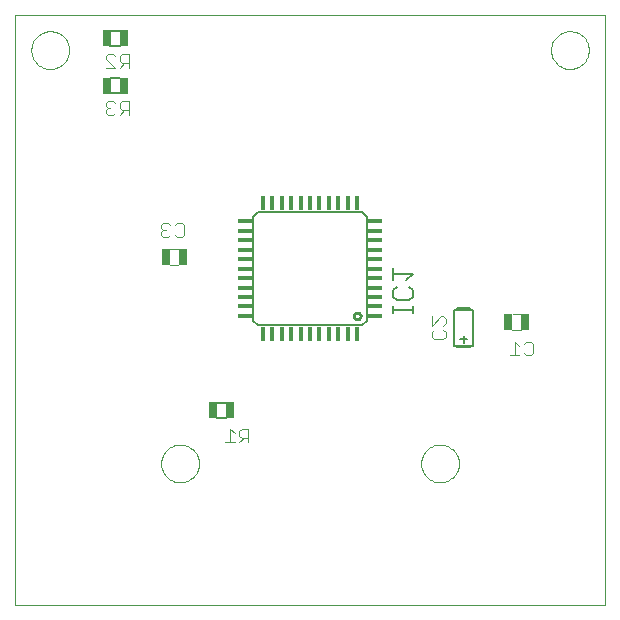
<source format=gbo>
G75*
G70*
%OFA0B0*%
%FSLAX24Y24*%
%IPPOS*%
%LPD*%
%AMOC8*
5,1,8,0,0,1.08239X$1,22.5*
%
%ADD10C,0.0000*%
%ADD11C,0.0040*%
%ADD12R,0.0295X0.0571*%
%ADD13C,0.0060*%
%ADD14R,0.0256X0.0551*%
%ADD15C,0.0080*%
%ADD16C,0.0100*%
%ADD17R,0.0157X0.0453*%
%ADD18R,0.0157X0.0453*%
%ADD19R,0.0158X0.0453*%
%ADD20R,0.0453X0.0157*%
%ADD21R,0.0453X0.0157*%
%ADD22R,0.0453X0.0158*%
D10*
X000377Y000377D02*
X020062Y000377D01*
X020062Y020062D01*
X000377Y020062D01*
X000377Y000377D01*
X005259Y005101D02*
X005261Y005151D01*
X005267Y005201D01*
X005277Y005250D01*
X005291Y005298D01*
X005308Y005345D01*
X005329Y005390D01*
X005354Y005434D01*
X005382Y005475D01*
X005414Y005514D01*
X005448Y005551D01*
X005485Y005585D01*
X005525Y005615D01*
X005567Y005642D01*
X005611Y005666D01*
X005657Y005687D01*
X005704Y005703D01*
X005752Y005716D01*
X005802Y005725D01*
X005851Y005730D01*
X005902Y005731D01*
X005952Y005728D01*
X006001Y005721D01*
X006050Y005710D01*
X006098Y005695D01*
X006144Y005677D01*
X006189Y005655D01*
X006232Y005629D01*
X006273Y005600D01*
X006312Y005568D01*
X006348Y005533D01*
X006380Y005495D01*
X006410Y005455D01*
X006437Y005412D01*
X006460Y005368D01*
X006479Y005322D01*
X006495Y005274D01*
X006507Y005225D01*
X006515Y005176D01*
X006519Y005126D01*
X006519Y005076D01*
X006515Y005026D01*
X006507Y004977D01*
X006495Y004928D01*
X006479Y004880D01*
X006460Y004834D01*
X006437Y004790D01*
X006410Y004747D01*
X006380Y004707D01*
X006348Y004669D01*
X006312Y004634D01*
X006273Y004602D01*
X006232Y004573D01*
X006189Y004547D01*
X006144Y004525D01*
X006098Y004507D01*
X006050Y004492D01*
X006001Y004481D01*
X005952Y004474D01*
X005902Y004471D01*
X005851Y004472D01*
X005802Y004477D01*
X005752Y004486D01*
X005704Y004499D01*
X005657Y004515D01*
X005611Y004536D01*
X005567Y004560D01*
X005525Y004587D01*
X005485Y004617D01*
X005448Y004651D01*
X005414Y004688D01*
X005382Y004727D01*
X005354Y004768D01*
X005329Y004812D01*
X005308Y004857D01*
X005291Y004904D01*
X005277Y004952D01*
X005267Y005001D01*
X005261Y005051D01*
X005259Y005101D01*
X013920Y005101D02*
X013922Y005151D01*
X013928Y005201D01*
X013938Y005250D01*
X013952Y005298D01*
X013969Y005345D01*
X013990Y005390D01*
X014015Y005434D01*
X014043Y005475D01*
X014075Y005514D01*
X014109Y005551D01*
X014146Y005585D01*
X014186Y005615D01*
X014228Y005642D01*
X014272Y005666D01*
X014318Y005687D01*
X014365Y005703D01*
X014413Y005716D01*
X014463Y005725D01*
X014512Y005730D01*
X014563Y005731D01*
X014613Y005728D01*
X014662Y005721D01*
X014711Y005710D01*
X014759Y005695D01*
X014805Y005677D01*
X014850Y005655D01*
X014893Y005629D01*
X014934Y005600D01*
X014973Y005568D01*
X015009Y005533D01*
X015041Y005495D01*
X015071Y005455D01*
X015098Y005412D01*
X015121Y005368D01*
X015140Y005322D01*
X015156Y005274D01*
X015168Y005225D01*
X015176Y005176D01*
X015180Y005126D01*
X015180Y005076D01*
X015176Y005026D01*
X015168Y004977D01*
X015156Y004928D01*
X015140Y004880D01*
X015121Y004834D01*
X015098Y004790D01*
X015071Y004747D01*
X015041Y004707D01*
X015009Y004669D01*
X014973Y004634D01*
X014934Y004602D01*
X014893Y004573D01*
X014850Y004547D01*
X014805Y004525D01*
X014759Y004507D01*
X014711Y004492D01*
X014662Y004481D01*
X014613Y004474D01*
X014563Y004471D01*
X014512Y004472D01*
X014463Y004477D01*
X014413Y004486D01*
X014365Y004499D01*
X014318Y004515D01*
X014272Y004536D01*
X014228Y004560D01*
X014186Y004587D01*
X014146Y004617D01*
X014109Y004651D01*
X014075Y004688D01*
X014043Y004727D01*
X014015Y004768D01*
X013990Y004812D01*
X013969Y004857D01*
X013952Y004904D01*
X013938Y004952D01*
X013928Y005001D01*
X013922Y005051D01*
X013920Y005101D01*
X018251Y018881D02*
X018253Y018931D01*
X018259Y018981D01*
X018269Y019030D01*
X018283Y019078D01*
X018300Y019125D01*
X018321Y019170D01*
X018346Y019214D01*
X018374Y019255D01*
X018406Y019294D01*
X018440Y019331D01*
X018477Y019365D01*
X018517Y019395D01*
X018559Y019422D01*
X018603Y019446D01*
X018649Y019467D01*
X018696Y019483D01*
X018744Y019496D01*
X018794Y019505D01*
X018843Y019510D01*
X018894Y019511D01*
X018944Y019508D01*
X018993Y019501D01*
X019042Y019490D01*
X019090Y019475D01*
X019136Y019457D01*
X019181Y019435D01*
X019224Y019409D01*
X019265Y019380D01*
X019304Y019348D01*
X019340Y019313D01*
X019372Y019275D01*
X019402Y019235D01*
X019429Y019192D01*
X019452Y019148D01*
X019471Y019102D01*
X019487Y019054D01*
X019499Y019005D01*
X019507Y018956D01*
X019511Y018906D01*
X019511Y018856D01*
X019507Y018806D01*
X019499Y018757D01*
X019487Y018708D01*
X019471Y018660D01*
X019452Y018614D01*
X019429Y018570D01*
X019402Y018527D01*
X019372Y018487D01*
X019340Y018449D01*
X019304Y018414D01*
X019265Y018382D01*
X019224Y018353D01*
X019181Y018327D01*
X019136Y018305D01*
X019090Y018287D01*
X019042Y018272D01*
X018993Y018261D01*
X018944Y018254D01*
X018894Y018251D01*
X018843Y018252D01*
X018794Y018257D01*
X018744Y018266D01*
X018696Y018279D01*
X018649Y018295D01*
X018603Y018316D01*
X018559Y018340D01*
X018517Y018367D01*
X018477Y018397D01*
X018440Y018431D01*
X018406Y018468D01*
X018374Y018507D01*
X018346Y018548D01*
X018321Y018592D01*
X018300Y018637D01*
X018283Y018684D01*
X018269Y018732D01*
X018259Y018781D01*
X018253Y018831D01*
X018251Y018881D01*
X000928Y018881D02*
X000930Y018931D01*
X000936Y018981D01*
X000946Y019030D01*
X000960Y019078D01*
X000977Y019125D01*
X000998Y019170D01*
X001023Y019214D01*
X001051Y019255D01*
X001083Y019294D01*
X001117Y019331D01*
X001154Y019365D01*
X001194Y019395D01*
X001236Y019422D01*
X001280Y019446D01*
X001326Y019467D01*
X001373Y019483D01*
X001421Y019496D01*
X001471Y019505D01*
X001520Y019510D01*
X001571Y019511D01*
X001621Y019508D01*
X001670Y019501D01*
X001719Y019490D01*
X001767Y019475D01*
X001813Y019457D01*
X001858Y019435D01*
X001901Y019409D01*
X001942Y019380D01*
X001981Y019348D01*
X002017Y019313D01*
X002049Y019275D01*
X002079Y019235D01*
X002106Y019192D01*
X002129Y019148D01*
X002148Y019102D01*
X002164Y019054D01*
X002176Y019005D01*
X002184Y018956D01*
X002188Y018906D01*
X002188Y018856D01*
X002184Y018806D01*
X002176Y018757D01*
X002164Y018708D01*
X002148Y018660D01*
X002129Y018614D01*
X002106Y018570D01*
X002079Y018527D01*
X002049Y018487D01*
X002017Y018449D01*
X001981Y018414D01*
X001942Y018382D01*
X001901Y018353D01*
X001858Y018327D01*
X001813Y018305D01*
X001767Y018287D01*
X001719Y018272D01*
X001670Y018261D01*
X001621Y018254D01*
X001571Y018251D01*
X001520Y018252D01*
X001471Y018257D01*
X001421Y018266D01*
X001373Y018279D01*
X001326Y018295D01*
X001280Y018316D01*
X001236Y018340D01*
X001194Y018367D01*
X001154Y018397D01*
X001117Y018431D01*
X001083Y018468D01*
X001051Y018507D01*
X001023Y018548D01*
X000998Y018592D01*
X000977Y018637D01*
X000960Y018684D01*
X000946Y018732D01*
X000936Y018781D01*
X000930Y018831D01*
X000928Y018881D01*
D11*
X003410Y018678D02*
X003487Y018755D01*
X003640Y018755D01*
X003717Y018678D01*
X003870Y018678D02*
X003870Y018525D01*
X003947Y018448D01*
X004177Y018448D01*
X004024Y018448D02*
X003870Y018294D01*
X003717Y018294D02*
X003410Y018601D01*
X003410Y018678D01*
X003410Y018294D02*
X003717Y018294D01*
X003870Y018678D02*
X003947Y018755D01*
X004177Y018755D01*
X004177Y018294D01*
X004177Y017180D02*
X003947Y017180D01*
X003870Y017103D01*
X003870Y016950D01*
X003947Y016873D01*
X004177Y016873D01*
X004024Y016873D02*
X003870Y016720D01*
X003717Y016796D02*
X003640Y016720D01*
X003487Y016720D01*
X003410Y016796D01*
X003410Y016873D01*
X003487Y016950D01*
X003563Y016950D01*
X003487Y016950D02*
X003410Y017027D01*
X003410Y017103D01*
X003487Y017180D01*
X003640Y017180D01*
X003717Y017103D01*
X004177Y017180D02*
X004177Y016720D01*
X005330Y013115D02*
X005253Y013038D01*
X005253Y012962D01*
X005330Y012885D01*
X005253Y012808D01*
X005253Y012731D01*
X005330Y012655D01*
X005483Y012655D01*
X005560Y012731D01*
X005713Y012731D02*
X005790Y012655D01*
X005944Y012655D01*
X006020Y012731D01*
X006020Y013038D01*
X005944Y013115D01*
X005790Y013115D01*
X005713Y013038D01*
X005560Y013038D02*
X005483Y013115D01*
X005330Y013115D01*
X005330Y012885D02*
X005406Y012885D01*
X005542Y012251D02*
X005842Y012251D01*
X005832Y011731D02*
X005542Y011731D01*
X007554Y006263D02*
X007554Y005802D01*
X007707Y005802D02*
X007400Y005802D01*
X007707Y006109D02*
X007554Y006263D01*
X007860Y006186D02*
X007860Y006033D01*
X007937Y005956D01*
X008167Y005956D01*
X008014Y005956D02*
X007860Y005802D01*
X008167Y005802D02*
X008167Y006263D01*
X007937Y006263D01*
X007860Y006186D01*
X014283Y009316D02*
X014283Y009470D01*
X014359Y009546D01*
X014283Y009700D02*
X014590Y010007D01*
X014666Y010007D01*
X014743Y009930D01*
X014743Y009776D01*
X014666Y009700D01*
X014666Y009546D02*
X014743Y009470D01*
X014743Y009316D01*
X014666Y009239D01*
X014359Y009239D01*
X014283Y009316D01*
X014283Y009700D02*
X014283Y010007D01*
X016959Y009566D02*
X017259Y009566D01*
X017431Y009162D02*
X017355Y009086D01*
X017431Y009162D02*
X017585Y009162D01*
X017661Y009086D01*
X017661Y008779D01*
X017585Y008702D01*
X017431Y008702D01*
X017355Y008779D01*
X017201Y008702D02*
X016894Y008702D01*
X017048Y008702D02*
X017048Y009162D01*
X017201Y009009D01*
X017259Y010086D02*
X016969Y010086D01*
D12*
X016827Y009825D03*
X017397Y009825D03*
X005974Y011991D03*
X005404Y011991D03*
D13*
X007105Y007123D02*
X007428Y007123D01*
X007428Y006623D02*
X007105Y006623D01*
X012999Y010127D02*
X012999Y010341D01*
X012999Y010234D02*
X013640Y010234D01*
X013640Y010127D02*
X013640Y010341D01*
X013533Y010557D02*
X013106Y010557D01*
X012999Y010664D01*
X012999Y010877D01*
X013106Y010984D01*
X012999Y011202D02*
X012999Y011629D01*
X012999Y011415D02*
X013640Y011415D01*
X013426Y011202D01*
X013533Y010984D02*
X013640Y010877D01*
X013640Y010664D01*
X013533Y010557D01*
X015117Y010279D02*
X015558Y010279D01*
X015558Y008979D02*
X015117Y008979D01*
X003885Y017450D02*
X003562Y017450D01*
X003562Y017950D02*
X003885Y017950D01*
X003885Y019024D02*
X003562Y019024D01*
X003562Y019524D02*
X003885Y019524D01*
D14*
X004015Y019275D03*
X003435Y019275D03*
X003435Y017700D03*
X004015Y017700D03*
X006979Y006874D03*
X007559Y006874D03*
D15*
X008487Y009708D02*
X011952Y009708D01*
X012109Y009865D01*
X012109Y013330D01*
X011952Y013487D01*
X008487Y013487D01*
X008330Y013330D01*
X008330Y009865D01*
X008487Y009708D01*
X015023Y010233D02*
X015023Y009024D01*
X015652Y009024D01*
X015652Y010233D01*
X015023Y010233D01*
X015337Y009353D02*
X015337Y009133D01*
X015440Y009247D02*
X015219Y009247D01*
D16*
X011683Y010023D02*
X011685Y010043D01*
X011690Y010063D01*
X011700Y010081D01*
X011712Y010098D01*
X011727Y010112D01*
X011745Y010122D01*
X011764Y010130D01*
X011784Y010134D01*
X011804Y010134D01*
X011824Y010130D01*
X011843Y010122D01*
X011861Y010112D01*
X011876Y010098D01*
X011888Y010081D01*
X011898Y010063D01*
X011903Y010043D01*
X011905Y010023D01*
X011903Y010003D01*
X011898Y009983D01*
X011888Y009965D01*
X011876Y009948D01*
X011861Y009934D01*
X011843Y009924D01*
X011824Y009916D01*
X011804Y009912D01*
X011784Y009912D01*
X011764Y009916D01*
X011745Y009924D01*
X011727Y009934D01*
X011712Y009948D01*
X011700Y009965D01*
X011690Y009983D01*
X011685Y010003D01*
X011683Y010023D01*
D17*
X011794Y009422D03*
X010219Y009422D03*
X008645Y009422D03*
X008645Y013773D03*
X010219Y013773D03*
X011794Y013773D03*
D18*
X011479Y013773D03*
X011164Y013773D03*
X009275Y013773D03*
X008960Y013773D03*
X008960Y009422D03*
X009275Y009422D03*
X011164Y009422D03*
X011479Y009422D03*
D19*
X010849Y009422D03*
X010534Y009422D03*
X009904Y009422D03*
X009589Y009422D03*
X009589Y013773D03*
X009904Y013773D03*
X010534Y013773D03*
X010849Y013773D03*
D20*
X012395Y013172D03*
X012395Y011597D03*
X012395Y010023D03*
X008044Y010023D03*
X008044Y011597D03*
X008044Y013172D03*
D21*
X008044Y012857D03*
X008044Y012542D03*
X008044Y010652D03*
X008044Y010337D03*
X012395Y010337D03*
X012395Y010652D03*
X012395Y012542D03*
X012395Y012857D03*
D22*
X012395Y012227D03*
X012395Y011912D03*
X012395Y011282D03*
X012395Y010967D03*
X008044Y010967D03*
X008044Y011282D03*
X008044Y011912D03*
X008044Y012227D03*
M02*

</source>
